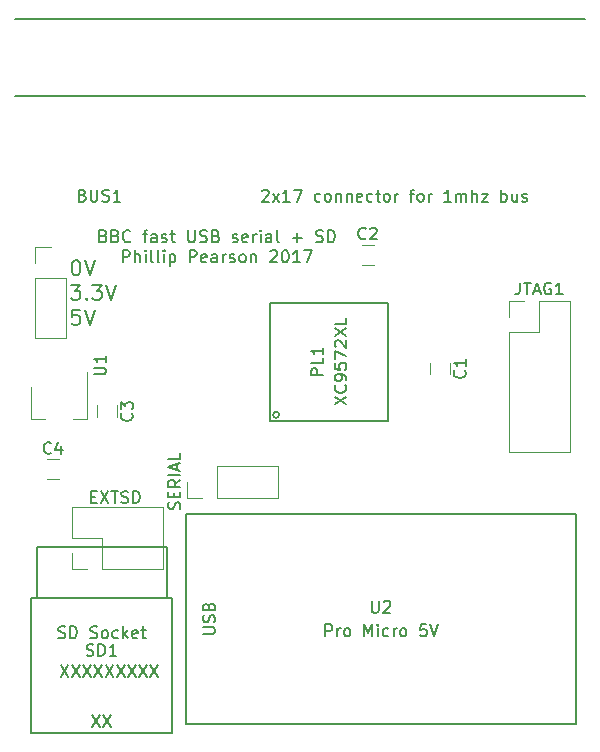
<source format=gto>
G04 #@! TF.FileFunction,Legend,Top*
%FSLAX46Y46*%
G04 Gerber Fmt 4.6, Leading zero omitted, Abs format (unit mm)*
G04 Created by KiCad (PCBNEW 4.0.6) date 08/19/17 01:45:56*
%MOMM*%
%LPD*%
G01*
G04 APERTURE LIST*
%ADD10C,0.100000*%
%ADD11C,0.177800*%
%ADD12C,0.150000*%
%ADD13C,0.120000*%
G04 APERTURE END LIST*
D10*
D11*
X56664286Y-46441724D02*
X56785238Y-46441724D01*
X56906190Y-46502200D01*
X56966667Y-46562676D01*
X57027143Y-46683629D01*
X57087619Y-46925533D01*
X57087619Y-47227914D01*
X57027143Y-47469819D01*
X56966667Y-47590771D01*
X56906190Y-47651248D01*
X56785238Y-47711724D01*
X56664286Y-47711724D01*
X56543333Y-47651248D01*
X56482857Y-47590771D01*
X56422381Y-47469819D01*
X56361905Y-47227914D01*
X56361905Y-46925533D01*
X56422381Y-46683629D01*
X56482857Y-46562676D01*
X56543333Y-46502200D01*
X56664286Y-46441724D01*
X57450476Y-46441724D02*
X57873810Y-47711724D01*
X58297143Y-46441724D01*
X56301429Y-48524524D02*
X57087619Y-48524524D01*
X56664286Y-49008333D01*
X56845714Y-49008333D01*
X56966667Y-49068810D01*
X57027143Y-49129286D01*
X57087619Y-49250238D01*
X57087619Y-49552619D01*
X57027143Y-49673571D01*
X56966667Y-49734048D01*
X56845714Y-49794524D01*
X56482857Y-49794524D01*
X56361905Y-49734048D01*
X56301429Y-49673571D01*
X57631905Y-49673571D02*
X57692381Y-49734048D01*
X57631905Y-49794524D01*
X57571429Y-49734048D01*
X57631905Y-49673571D01*
X57631905Y-49794524D01*
X58115715Y-48524524D02*
X58901905Y-48524524D01*
X58478572Y-49008333D01*
X58660000Y-49008333D01*
X58780953Y-49068810D01*
X58841429Y-49129286D01*
X58901905Y-49250238D01*
X58901905Y-49552619D01*
X58841429Y-49673571D01*
X58780953Y-49734048D01*
X58660000Y-49794524D01*
X58297143Y-49794524D01*
X58176191Y-49734048D01*
X58115715Y-49673571D01*
X59264762Y-48524524D02*
X59688096Y-49794524D01*
X60111429Y-48524524D01*
X57027143Y-50607324D02*
X56422381Y-50607324D01*
X56361905Y-51212086D01*
X56422381Y-51151610D01*
X56543333Y-51091133D01*
X56845714Y-51091133D01*
X56966667Y-51151610D01*
X57027143Y-51212086D01*
X57087619Y-51333038D01*
X57087619Y-51635419D01*
X57027143Y-51756371D01*
X56966667Y-51816848D01*
X56845714Y-51877324D01*
X56543333Y-51877324D01*
X56422381Y-51816848D01*
X56361905Y-51756371D01*
X57450476Y-50607324D02*
X57873810Y-51877324D01*
X58297143Y-50607324D01*
X59046382Y-44376529D02*
X59191525Y-44424910D01*
X59239906Y-44473290D01*
X59288287Y-44570052D01*
X59288287Y-44715195D01*
X59239906Y-44811957D01*
X59191525Y-44860338D01*
X59094763Y-44908719D01*
X58707716Y-44908719D01*
X58707716Y-43892719D01*
X59046382Y-43892719D01*
X59143144Y-43941100D01*
X59191525Y-43989481D01*
X59239906Y-44086243D01*
X59239906Y-44183005D01*
X59191525Y-44279767D01*
X59143144Y-44328148D01*
X59046382Y-44376529D01*
X58707716Y-44376529D01*
X60062382Y-44376529D02*
X60207525Y-44424910D01*
X60255906Y-44473290D01*
X60304287Y-44570052D01*
X60304287Y-44715195D01*
X60255906Y-44811957D01*
X60207525Y-44860338D01*
X60110763Y-44908719D01*
X59723716Y-44908719D01*
X59723716Y-43892719D01*
X60062382Y-43892719D01*
X60159144Y-43941100D01*
X60207525Y-43989481D01*
X60255906Y-44086243D01*
X60255906Y-44183005D01*
X60207525Y-44279767D01*
X60159144Y-44328148D01*
X60062382Y-44376529D01*
X59723716Y-44376529D01*
X61320287Y-44811957D02*
X61271906Y-44860338D01*
X61126763Y-44908719D01*
X61030001Y-44908719D01*
X60884859Y-44860338D01*
X60788097Y-44763576D01*
X60739716Y-44666814D01*
X60691335Y-44473290D01*
X60691335Y-44328148D01*
X60739716Y-44134624D01*
X60788097Y-44037862D01*
X60884859Y-43941100D01*
X61030001Y-43892719D01*
X61126763Y-43892719D01*
X61271906Y-43941100D01*
X61320287Y-43989481D01*
X62384668Y-44231386D02*
X62771716Y-44231386D01*
X62529811Y-44908719D02*
X62529811Y-44037862D01*
X62578192Y-43941100D01*
X62674954Y-43892719D01*
X62771716Y-43892719D01*
X63545810Y-44908719D02*
X63545810Y-44376529D01*
X63497429Y-44279767D01*
X63400667Y-44231386D01*
X63207144Y-44231386D01*
X63110382Y-44279767D01*
X63545810Y-44860338D02*
X63449048Y-44908719D01*
X63207144Y-44908719D01*
X63110382Y-44860338D01*
X63062001Y-44763576D01*
X63062001Y-44666814D01*
X63110382Y-44570052D01*
X63207144Y-44521671D01*
X63449048Y-44521671D01*
X63545810Y-44473290D01*
X63981239Y-44860338D02*
X64078001Y-44908719D01*
X64271525Y-44908719D01*
X64368286Y-44860338D01*
X64416667Y-44763576D01*
X64416667Y-44715195D01*
X64368286Y-44618433D01*
X64271525Y-44570052D01*
X64126382Y-44570052D01*
X64029620Y-44521671D01*
X63981239Y-44424910D01*
X63981239Y-44376529D01*
X64029620Y-44279767D01*
X64126382Y-44231386D01*
X64271525Y-44231386D01*
X64368286Y-44279767D01*
X64706953Y-44231386D02*
X65094001Y-44231386D01*
X64852096Y-43892719D02*
X64852096Y-44763576D01*
X64900477Y-44860338D01*
X64997239Y-44908719D01*
X65094001Y-44908719D01*
X66206762Y-43892719D02*
X66206762Y-44715195D01*
X66255143Y-44811957D01*
X66303524Y-44860338D01*
X66400286Y-44908719D01*
X66593809Y-44908719D01*
X66690571Y-44860338D01*
X66738952Y-44811957D01*
X66787333Y-44715195D01*
X66787333Y-43892719D01*
X67222762Y-44860338D02*
X67367905Y-44908719D01*
X67609809Y-44908719D01*
X67706571Y-44860338D01*
X67754952Y-44811957D01*
X67803333Y-44715195D01*
X67803333Y-44618433D01*
X67754952Y-44521671D01*
X67706571Y-44473290D01*
X67609809Y-44424910D01*
X67416286Y-44376529D01*
X67319524Y-44328148D01*
X67271143Y-44279767D01*
X67222762Y-44183005D01*
X67222762Y-44086243D01*
X67271143Y-43989481D01*
X67319524Y-43941100D01*
X67416286Y-43892719D01*
X67658190Y-43892719D01*
X67803333Y-43941100D01*
X68577428Y-44376529D02*
X68722571Y-44424910D01*
X68770952Y-44473290D01*
X68819333Y-44570052D01*
X68819333Y-44715195D01*
X68770952Y-44811957D01*
X68722571Y-44860338D01*
X68625809Y-44908719D01*
X68238762Y-44908719D01*
X68238762Y-43892719D01*
X68577428Y-43892719D01*
X68674190Y-43941100D01*
X68722571Y-43989481D01*
X68770952Y-44086243D01*
X68770952Y-44183005D01*
X68722571Y-44279767D01*
X68674190Y-44328148D01*
X68577428Y-44376529D01*
X68238762Y-44376529D01*
X69980476Y-44860338D02*
X70077238Y-44908719D01*
X70270762Y-44908719D01*
X70367523Y-44860338D01*
X70415904Y-44763576D01*
X70415904Y-44715195D01*
X70367523Y-44618433D01*
X70270762Y-44570052D01*
X70125619Y-44570052D01*
X70028857Y-44521671D01*
X69980476Y-44424910D01*
X69980476Y-44376529D01*
X70028857Y-44279767D01*
X70125619Y-44231386D01*
X70270762Y-44231386D01*
X70367523Y-44279767D01*
X71238380Y-44860338D02*
X71141618Y-44908719D01*
X70948095Y-44908719D01*
X70851333Y-44860338D01*
X70802952Y-44763576D01*
X70802952Y-44376529D01*
X70851333Y-44279767D01*
X70948095Y-44231386D01*
X71141618Y-44231386D01*
X71238380Y-44279767D01*
X71286761Y-44376529D01*
X71286761Y-44473290D01*
X70802952Y-44570052D01*
X71722190Y-44908719D02*
X71722190Y-44231386D01*
X71722190Y-44424910D02*
X71770571Y-44328148D01*
X71818952Y-44279767D01*
X71915714Y-44231386D01*
X72012475Y-44231386D01*
X72351142Y-44908719D02*
X72351142Y-44231386D01*
X72351142Y-43892719D02*
X72302761Y-43941100D01*
X72351142Y-43989481D01*
X72399523Y-43941100D01*
X72351142Y-43892719D01*
X72351142Y-43989481D01*
X73270380Y-44908719D02*
X73270380Y-44376529D01*
X73221999Y-44279767D01*
X73125237Y-44231386D01*
X72931714Y-44231386D01*
X72834952Y-44279767D01*
X73270380Y-44860338D02*
X73173618Y-44908719D01*
X72931714Y-44908719D01*
X72834952Y-44860338D01*
X72786571Y-44763576D01*
X72786571Y-44666814D01*
X72834952Y-44570052D01*
X72931714Y-44521671D01*
X73173618Y-44521671D01*
X73270380Y-44473290D01*
X73899333Y-44908719D02*
X73802571Y-44860338D01*
X73754190Y-44763576D01*
X73754190Y-43892719D01*
X75060475Y-44521671D02*
X75834570Y-44521671D01*
X75447522Y-44908719D02*
X75447522Y-44134624D01*
X77044094Y-44860338D02*
X77189237Y-44908719D01*
X77431141Y-44908719D01*
X77527903Y-44860338D01*
X77576284Y-44811957D01*
X77624665Y-44715195D01*
X77624665Y-44618433D01*
X77576284Y-44521671D01*
X77527903Y-44473290D01*
X77431141Y-44424910D01*
X77237618Y-44376529D01*
X77140856Y-44328148D01*
X77092475Y-44279767D01*
X77044094Y-44183005D01*
X77044094Y-44086243D01*
X77092475Y-43989481D01*
X77140856Y-43941100D01*
X77237618Y-43892719D01*
X77479522Y-43892719D01*
X77624665Y-43941100D01*
X78060094Y-44908719D02*
X78060094Y-43892719D01*
X78301999Y-43892719D01*
X78447141Y-43941100D01*
X78543903Y-44037862D01*
X78592284Y-44134624D01*
X78640665Y-44328148D01*
X78640665Y-44473290D01*
X78592284Y-44666814D01*
X78543903Y-44763576D01*
X78447141Y-44860338D01*
X78301999Y-44908719D01*
X78060094Y-44908719D01*
X60691335Y-46610519D02*
X60691335Y-45594519D01*
X61078382Y-45594519D01*
X61175144Y-45642900D01*
X61223525Y-45691281D01*
X61271906Y-45788043D01*
X61271906Y-45933186D01*
X61223525Y-46029948D01*
X61175144Y-46078329D01*
X61078382Y-46126710D01*
X60691335Y-46126710D01*
X61707335Y-46610519D02*
X61707335Y-45594519D01*
X62142763Y-46610519D02*
X62142763Y-46078329D01*
X62094382Y-45981567D01*
X61997620Y-45933186D01*
X61852478Y-45933186D01*
X61755716Y-45981567D01*
X61707335Y-46029948D01*
X62626573Y-46610519D02*
X62626573Y-45933186D01*
X62626573Y-45594519D02*
X62578192Y-45642900D01*
X62626573Y-45691281D01*
X62674954Y-45642900D01*
X62626573Y-45594519D01*
X62626573Y-45691281D01*
X63255526Y-46610519D02*
X63158764Y-46562138D01*
X63110383Y-46465376D01*
X63110383Y-45594519D01*
X63787716Y-46610519D02*
X63690954Y-46562138D01*
X63642573Y-46465376D01*
X63642573Y-45594519D01*
X64174763Y-46610519D02*
X64174763Y-45933186D01*
X64174763Y-45594519D02*
X64126382Y-45642900D01*
X64174763Y-45691281D01*
X64223144Y-45642900D01*
X64174763Y-45594519D01*
X64174763Y-45691281D01*
X64658573Y-45933186D02*
X64658573Y-46949186D01*
X64658573Y-45981567D02*
X64755335Y-45933186D01*
X64948858Y-45933186D01*
X65045620Y-45981567D01*
X65094001Y-46029948D01*
X65142382Y-46126710D01*
X65142382Y-46416995D01*
X65094001Y-46513757D01*
X65045620Y-46562138D01*
X64948858Y-46610519D01*
X64755335Y-46610519D01*
X64658573Y-46562138D01*
X66351906Y-46610519D02*
X66351906Y-45594519D01*
X66738953Y-45594519D01*
X66835715Y-45642900D01*
X66884096Y-45691281D01*
X66932477Y-45788043D01*
X66932477Y-45933186D01*
X66884096Y-46029948D01*
X66835715Y-46078329D01*
X66738953Y-46126710D01*
X66351906Y-46126710D01*
X67754953Y-46562138D02*
X67658191Y-46610519D01*
X67464668Y-46610519D01*
X67367906Y-46562138D01*
X67319525Y-46465376D01*
X67319525Y-46078329D01*
X67367906Y-45981567D01*
X67464668Y-45933186D01*
X67658191Y-45933186D01*
X67754953Y-45981567D01*
X67803334Y-46078329D01*
X67803334Y-46175090D01*
X67319525Y-46271852D01*
X68674191Y-46610519D02*
X68674191Y-46078329D01*
X68625810Y-45981567D01*
X68529048Y-45933186D01*
X68335525Y-45933186D01*
X68238763Y-45981567D01*
X68674191Y-46562138D02*
X68577429Y-46610519D01*
X68335525Y-46610519D01*
X68238763Y-46562138D01*
X68190382Y-46465376D01*
X68190382Y-46368614D01*
X68238763Y-46271852D01*
X68335525Y-46223471D01*
X68577429Y-46223471D01*
X68674191Y-46175090D01*
X69158001Y-46610519D02*
X69158001Y-45933186D01*
X69158001Y-46126710D02*
X69206382Y-46029948D01*
X69254763Y-45981567D01*
X69351525Y-45933186D01*
X69448286Y-45933186D01*
X69738572Y-46562138D02*
X69835334Y-46610519D01*
X70028858Y-46610519D01*
X70125619Y-46562138D01*
X70174000Y-46465376D01*
X70174000Y-46416995D01*
X70125619Y-46320233D01*
X70028858Y-46271852D01*
X69883715Y-46271852D01*
X69786953Y-46223471D01*
X69738572Y-46126710D01*
X69738572Y-46078329D01*
X69786953Y-45981567D01*
X69883715Y-45933186D01*
X70028858Y-45933186D01*
X70125619Y-45981567D01*
X70754572Y-46610519D02*
X70657810Y-46562138D01*
X70609429Y-46513757D01*
X70561048Y-46416995D01*
X70561048Y-46126710D01*
X70609429Y-46029948D01*
X70657810Y-45981567D01*
X70754572Y-45933186D01*
X70899714Y-45933186D01*
X70996476Y-45981567D01*
X71044857Y-46029948D01*
X71093238Y-46126710D01*
X71093238Y-46416995D01*
X71044857Y-46513757D01*
X70996476Y-46562138D01*
X70899714Y-46610519D01*
X70754572Y-46610519D01*
X71528667Y-45933186D02*
X71528667Y-46610519D01*
X71528667Y-46029948D02*
X71577048Y-45981567D01*
X71673810Y-45933186D01*
X71818952Y-45933186D01*
X71915714Y-45981567D01*
X71964095Y-46078329D01*
X71964095Y-46610519D01*
X73173619Y-45691281D02*
X73222000Y-45642900D01*
X73318762Y-45594519D01*
X73560666Y-45594519D01*
X73657428Y-45642900D01*
X73705809Y-45691281D01*
X73754190Y-45788043D01*
X73754190Y-45884805D01*
X73705809Y-46029948D01*
X73125238Y-46610519D01*
X73754190Y-46610519D01*
X74383143Y-45594519D02*
X74479904Y-45594519D01*
X74576666Y-45642900D01*
X74625047Y-45691281D01*
X74673428Y-45788043D01*
X74721809Y-45981567D01*
X74721809Y-46223471D01*
X74673428Y-46416995D01*
X74625047Y-46513757D01*
X74576666Y-46562138D01*
X74479904Y-46610519D01*
X74383143Y-46610519D01*
X74286381Y-46562138D01*
X74238000Y-46513757D01*
X74189619Y-46416995D01*
X74141238Y-46223471D01*
X74141238Y-45981567D01*
X74189619Y-45788043D01*
X74238000Y-45691281D01*
X74286381Y-45642900D01*
X74383143Y-45594519D01*
X75689428Y-46610519D02*
X75108857Y-46610519D01*
X75399143Y-46610519D02*
X75399143Y-45594519D01*
X75302381Y-45739662D01*
X75205619Y-45836424D01*
X75108857Y-45884805D01*
X76028095Y-45594519D02*
X76705428Y-45594519D01*
X76270000Y-46610519D01*
D12*
X64850000Y-86480000D02*
X52900000Y-86480000D01*
X64850000Y-86480000D02*
X64850000Y-75030000D01*
X64850000Y-75030000D02*
X52900000Y-75030000D01*
X52900000Y-86480000D02*
X52900000Y-75030000D01*
X64400000Y-75030000D02*
X64400000Y-70680000D01*
X64400000Y-70680000D02*
X53400000Y-70680000D01*
X53400000Y-70680000D02*
X53400000Y-75030000D01*
D13*
X88360000Y-56100000D02*
X88360000Y-55100000D01*
X86660000Y-55100000D02*
X86660000Y-56100000D01*
X81920000Y-45120000D02*
X80920000Y-45120000D01*
X80920000Y-46820000D02*
X81920000Y-46820000D01*
X93340000Y-62690000D02*
X98540000Y-62690000D01*
X93340000Y-52470000D02*
X93340000Y-62690000D01*
X98540000Y-49870000D02*
X98540000Y-62690000D01*
X93340000Y-52470000D02*
X95940000Y-52470000D01*
X95940000Y-52470000D02*
X95940000Y-49870000D01*
X95940000Y-49870000D02*
X98540000Y-49870000D01*
X93340000Y-51200000D02*
X93340000Y-49870000D01*
X93340000Y-49870000D02*
X94670000Y-49870000D01*
D12*
X73160000Y-60020000D02*
X83160000Y-60020000D01*
X83160000Y-60020000D02*
X83160000Y-50020000D01*
X83160000Y-50020000D02*
X73160000Y-50020000D01*
X73160000Y-50020000D02*
X73160000Y-60020000D01*
X73910000Y-59520000D02*
G75*
G03X73910000Y-59520000I-250000J0D01*
G01*
D13*
X60170000Y-59730000D02*
X60170000Y-58730000D01*
X58470000Y-58730000D02*
X58470000Y-59730000D01*
X55260000Y-63280000D02*
X54260000Y-63280000D01*
X54260000Y-64980000D02*
X55260000Y-64980000D01*
X54090000Y-59856500D02*
X52890000Y-59856500D01*
X52890000Y-59856500D02*
X52890000Y-57156500D01*
X57690000Y-55856500D02*
X57690000Y-59856500D01*
X57690000Y-59856500D02*
X56490000Y-59856500D01*
D12*
X51570000Y-26010000D02*
X99830000Y-26010000D01*
X51570000Y-32510000D02*
X99830000Y-32510000D01*
X66020000Y-67930000D02*
X66020000Y-85710000D01*
X66020000Y-85710000D02*
X99040000Y-85710000D01*
X99040000Y-85710000D02*
X99040000Y-67930000D01*
X99040000Y-67930000D02*
X66020000Y-67930000D01*
D13*
X53250000Y-53050000D02*
X55910000Y-53050000D01*
X53250000Y-47910000D02*
X53250000Y-53050000D01*
X55910000Y-47910000D02*
X55910000Y-53050000D01*
X53250000Y-47910000D02*
X55910000Y-47910000D01*
X53250000Y-46640000D02*
X53250000Y-45310000D01*
X53250000Y-45310000D02*
X54580000Y-45310000D01*
X73830000Y-66530000D02*
X73830000Y-63870000D01*
X68690000Y-66530000D02*
X73830000Y-66530000D01*
X68690000Y-63870000D02*
X73830000Y-63870000D01*
X68690000Y-66530000D02*
X68690000Y-63870000D01*
X67420000Y-66530000D02*
X66090000Y-66530000D01*
X66090000Y-66530000D02*
X66090000Y-65200000D01*
X64080000Y-72540000D02*
X64080000Y-67340000D01*
X58940000Y-72540000D02*
X64080000Y-72540000D01*
X56340000Y-67340000D02*
X64080000Y-67340000D01*
X58940000Y-72540000D02*
X58940000Y-69940000D01*
X58940000Y-69940000D02*
X56340000Y-69940000D01*
X56340000Y-69940000D02*
X56340000Y-67340000D01*
X57670000Y-72540000D02*
X56340000Y-72540000D01*
X56340000Y-72540000D02*
X56340000Y-71210000D01*
D12*
X57613095Y-79884762D02*
X57755952Y-79932381D01*
X57994048Y-79932381D01*
X58089286Y-79884762D01*
X58136905Y-79837143D01*
X58184524Y-79741905D01*
X58184524Y-79646667D01*
X58136905Y-79551429D01*
X58089286Y-79503810D01*
X57994048Y-79456190D01*
X57803571Y-79408571D01*
X57708333Y-79360952D01*
X57660714Y-79313333D01*
X57613095Y-79218095D01*
X57613095Y-79122857D01*
X57660714Y-79027619D01*
X57708333Y-78980000D01*
X57803571Y-78932381D01*
X58041667Y-78932381D01*
X58184524Y-78980000D01*
X58613095Y-79932381D02*
X58613095Y-78932381D01*
X58851190Y-78932381D01*
X58994048Y-78980000D01*
X59089286Y-79075238D01*
X59136905Y-79170476D01*
X59184524Y-79360952D01*
X59184524Y-79503810D01*
X59136905Y-79694286D01*
X59089286Y-79789524D01*
X58994048Y-79884762D01*
X58851190Y-79932381D01*
X58613095Y-79932381D01*
X60136905Y-79932381D02*
X59565476Y-79932381D01*
X59851190Y-79932381D02*
X59851190Y-78932381D01*
X59755952Y-79075238D01*
X59660714Y-79170476D01*
X59565476Y-79218095D01*
X55232142Y-78384762D02*
X55374999Y-78432381D01*
X55613095Y-78432381D01*
X55708333Y-78384762D01*
X55755952Y-78337143D01*
X55803571Y-78241905D01*
X55803571Y-78146667D01*
X55755952Y-78051429D01*
X55708333Y-78003810D01*
X55613095Y-77956190D01*
X55422618Y-77908571D01*
X55327380Y-77860952D01*
X55279761Y-77813333D01*
X55232142Y-77718095D01*
X55232142Y-77622857D01*
X55279761Y-77527619D01*
X55327380Y-77480000D01*
X55422618Y-77432381D01*
X55660714Y-77432381D01*
X55803571Y-77480000D01*
X56232142Y-78432381D02*
X56232142Y-77432381D01*
X56470237Y-77432381D01*
X56613095Y-77480000D01*
X56708333Y-77575238D01*
X56755952Y-77670476D01*
X56803571Y-77860952D01*
X56803571Y-78003810D01*
X56755952Y-78194286D01*
X56708333Y-78289524D01*
X56613095Y-78384762D01*
X56470237Y-78432381D01*
X56232142Y-78432381D01*
X57946428Y-78384762D02*
X58089285Y-78432381D01*
X58327381Y-78432381D01*
X58422619Y-78384762D01*
X58470238Y-78337143D01*
X58517857Y-78241905D01*
X58517857Y-78146667D01*
X58470238Y-78051429D01*
X58422619Y-78003810D01*
X58327381Y-77956190D01*
X58136904Y-77908571D01*
X58041666Y-77860952D01*
X57994047Y-77813333D01*
X57946428Y-77718095D01*
X57946428Y-77622857D01*
X57994047Y-77527619D01*
X58041666Y-77480000D01*
X58136904Y-77432381D01*
X58375000Y-77432381D01*
X58517857Y-77480000D01*
X59089285Y-78432381D02*
X58994047Y-78384762D01*
X58946428Y-78337143D01*
X58898809Y-78241905D01*
X58898809Y-77956190D01*
X58946428Y-77860952D01*
X58994047Y-77813333D01*
X59089285Y-77765714D01*
X59232143Y-77765714D01*
X59327381Y-77813333D01*
X59375000Y-77860952D01*
X59422619Y-77956190D01*
X59422619Y-78241905D01*
X59375000Y-78337143D01*
X59327381Y-78384762D01*
X59232143Y-78432381D01*
X59089285Y-78432381D01*
X60279762Y-78384762D02*
X60184524Y-78432381D01*
X59994047Y-78432381D01*
X59898809Y-78384762D01*
X59851190Y-78337143D01*
X59803571Y-78241905D01*
X59803571Y-77956190D01*
X59851190Y-77860952D01*
X59898809Y-77813333D01*
X59994047Y-77765714D01*
X60184524Y-77765714D01*
X60279762Y-77813333D01*
X60708333Y-78432381D02*
X60708333Y-77432381D01*
X60803571Y-78051429D02*
X61089286Y-78432381D01*
X61089286Y-77765714D02*
X60708333Y-78146667D01*
X61898810Y-78384762D02*
X61803572Y-78432381D01*
X61613095Y-78432381D01*
X61517857Y-78384762D01*
X61470238Y-78289524D01*
X61470238Y-77908571D01*
X61517857Y-77813333D01*
X61613095Y-77765714D01*
X61803572Y-77765714D01*
X61898810Y-77813333D01*
X61946429Y-77908571D01*
X61946429Y-78003810D01*
X61470238Y-78099048D01*
X62232143Y-77765714D02*
X62613095Y-77765714D01*
X62375000Y-77432381D02*
X62375000Y-78289524D01*
X62422619Y-78384762D01*
X62517857Y-78432381D01*
X62613095Y-78432381D01*
X58065476Y-84932381D02*
X58732143Y-85932381D01*
X58732143Y-84932381D02*
X58065476Y-85932381D01*
X59017857Y-84932381D02*
X59684524Y-85932381D01*
X59684524Y-84932381D02*
X59017857Y-85932381D01*
X55407143Y-80732381D02*
X56073810Y-81732381D01*
X56073810Y-80732381D02*
X55407143Y-81732381D01*
X56359524Y-80732381D02*
X57026191Y-81732381D01*
X57026191Y-80732381D02*
X56359524Y-81732381D01*
X57311905Y-80732381D02*
X57978572Y-81732381D01*
X57978572Y-80732381D02*
X57311905Y-81732381D01*
X58264286Y-80732381D02*
X58930953Y-81732381D01*
X58930953Y-80732381D02*
X58264286Y-81732381D01*
X59216667Y-80732381D02*
X59883334Y-81732381D01*
X59883334Y-80732381D02*
X59216667Y-81732381D01*
X60169048Y-80732381D02*
X60835715Y-81732381D01*
X60835715Y-80732381D02*
X60169048Y-81732381D01*
X61121429Y-80732381D02*
X61788096Y-81732381D01*
X61788096Y-80732381D02*
X61121429Y-81732381D01*
X62073810Y-80732381D02*
X62740477Y-81732381D01*
X62740477Y-80732381D02*
X62073810Y-81732381D01*
X63026191Y-80732381D02*
X63692858Y-81732381D01*
X63692858Y-80732381D02*
X63026191Y-81732381D01*
X89617143Y-55766666D02*
X89664762Y-55814285D01*
X89712381Y-55957142D01*
X89712381Y-56052380D01*
X89664762Y-56195238D01*
X89569524Y-56290476D01*
X89474286Y-56338095D01*
X89283810Y-56385714D01*
X89140952Y-56385714D01*
X88950476Y-56338095D01*
X88855238Y-56290476D01*
X88760000Y-56195238D01*
X88712381Y-56052380D01*
X88712381Y-55957142D01*
X88760000Y-55814285D01*
X88807619Y-55766666D01*
X89712381Y-54814285D02*
X89712381Y-55385714D01*
X89712381Y-55100000D02*
X88712381Y-55100000D01*
X88855238Y-55195238D01*
X88950476Y-55290476D01*
X88998095Y-55385714D01*
X81253334Y-44577143D02*
X81205715Y-44624762D01*
X81062858Y-44672381D01*
X80967620Y-44672381D01*
X80824762Y-44624762D01*
X80729524Y-44529524D01*
X80681905Y-44434286D01*
X80634286Y-44243810D01*
X80634286Y-44100952D01*
X80681905Y-43910476D01*
X80729524Y-43815238D01*
X80824762Y-43720000D01*
X80967620Y-43672381D01*
X81062858Y-43672381D01*
X81205715Y-43720000D01*
X81253334Y-43767619D01*
X81634286Y-43767619D02*
X81681905Y-43720000D01*
X81777143Y-43672381D01*
X82015239Y-43672381D01*
X82110477Y-43720000D01*
X82158096Y-43767619D01*
X82205715Y-43862857D01*
X82205715Y-43958095D01*
X82158096Y-44100952D01*
X81586667Y-44672381D01*
X82205715Y-44672381D01*
X94297143Y-48322381D02*
X94297143Y-49036667D01*
X94249523Y-49179524D01*
X94154285Y-49274762D01*
X94011428Y-49322381D01*
X93916190Y-49322381D01*
X94630476Y-48322381D02*
X95201905Y-48322381D01*
X94916190Y-49322381D02*
X94916190Y-48322381D01*
X95487619Y-49036667D02*
X95963810Y-49036667D01*
X95392381Y-49322381D02*
X95725714Y-48322381D01*
X96059048Y-49322381D01*
X96916191Y-48370000D02*
X96820953Y-48322381D01*
X96678096Y-48322381D01*
X96535238Y-48370000D01*
X96440000Y-48465238D01*
X96392381Y-48560476D01*
X96344762Y-48750952D01*
X96344762Y-48893810D01*
X96392381Y-49084286D01*
X96440000Y-49179524D01*
X96535238Y-49274762D01*
X96678096Y-49322381D01*
X96773334Y-49322381D01*
X96916191Y-49274762D01*
X96963810Y-49227143D01*
X96963810Y-48893810D01*
X96773334Y-48893810D01*
X97916191Y-49322381D02*
X97344762Y-49322381D01*
X97630476Y-49322381D02*
X97630476Y-48322381D01*
X97535238Y-48465238D01*
X97440000Y-48560476D01*
X97344762Y-48608095D01*
X77612381Y-56162857D02*
X76612381Y-56162857D01*
X76612381Y-55781904D01*
X76660000Y-55686666D01*
X76707619Y-55639047D01*
X76802857Y-55591428D01*
X76945714Y-55591428D01*
X77040952Y-55639047D01*
X77088571Y-55686666D01*
X77136190Y-55781904D01*
X77136190Y-56162857D01*
X77612381Y-54686666D02*
X77612381Y-55162857D01*
X76612381Y-55162857D01*
X77612381Y-53829523D02*
X77612381Y-54400952D01*
X77612381Y-54115238D02*
X76612381Y-54115238D01*
X76755238Y-54210476D01*
X76850476Y-54305714D01*
X76898095Y-54400952D01*
X78612381Y-58639048D02*
X79612381Y-57972381D01*
X78612381Y-57972381D02*
X79612381Y-58639048D01*
X79517143Y-57020000D02*
X79564762Y-57067619D01*
X79612381Y-57210476D01*
X79612381Y-57305714D01*
X79564762Y-57448572D01*
X79469524Y-57543810D01*
X79374286Y-57591429D01*
X79183810Y-57639048D01*
X79040952Y-57639048D01*
X78850476Y-57591429D01*
X78755238Y-57543810D01*
X78660000Y-57448572D01*
X78612381Y-57305714D01*
X78612381Y-57210476D01*
X78660000Y-57067619D01*
X78707619Y-57020000D01*
X79612381Y-56543810D02*
X79612381Y-56353334D01*
X79564762Y-56258095D01*
X79517143Y-56210476D01*
X79374286Y-56115238D01*
X79183810Y-56067619D01*
X78802857Y-56067619D01*
X78707619Y-56115238D01*
X78660000Y-56162857D01*
X78612381Y-56258095D01*
X78612381Y-56448572D01*
X78660000Y-56543810D01*
X78707619Y-56591429D01*
X78802857Y-56639048D01*
X79040952Y-56639048D01*
X79136190Y-56591429D01*
X79183810Y-56543810D01*
X79231429Y-56448572D01*
X79231429Y-56258095D01*
X79183810Y-56162857D01*
X79136190Y-56115238D01*
X79040952Y-56067619D01*
X78612381Y-55162857D02*
X78612381Y-55639048D01*
X79088571Y-55686667D01*
X79040952Y-55639048D01*
X78993333Y-55543810D01*
X78993333Y-55305714D01*
X79040952Y-55210476D01*
X79088571Y-55162857D01*
X79183810Y-55115238D01*
X79421905Y-55115238D01*
X79517143Y-55162857D01*
X79564762Y-55210476D01*
X79612381Y-55305714D01*
X79612381Y-55543810D01*
X79564762Y-55639048D01*
X79517143Y-55686667D01*
X78612381Y-54781905D02*
X78612381Y-54115238D01*
X79612381Y-54543810D01*
X78707619Y-53781905D02*
X78660000Y-53734286D01*
X78612381Y-53639048D01*
X78612381Y-53400952D01*
X78660000Y-53305714D01*
X78707619Y-53258095D01*
X78802857Y-53210476D01*
X78898095Y-53210476D01*
X79040952Y-53258095D01*
X79612381Y-53829524D01*
X79612381Y-53210476D01*
X78612381Y-52877143D02*
X79612381Y-52210476D01*
X78612381Y-52210476D02*
X79612381Y-52877143D01*
X79612381Y-51353333D02*
X79612381Y-51829524D01*
X78612381Y-51829524D01*
X61427143Y-59396666D02*
X61474762Y-59444285D01*
X61522381Y-59587142D01*
X61522381Y-59682380D01*
X61474762Y-59825238D01*
X61379524Y-59920476D01*
X61284286Y-59968095D01*
X61093810Y-60015714D01*
X60950952Y-60015714D01*
X60760476Y-59968095D01*
X60665238Y-59920476D01*
X60570000Y-59825238D01*
X60522381Y-59682380D01*
X60522381Y-59587142D01*
X60570000Y-59444285D01*
X60617619Y-59396666D01*
X60522381Y-59063333D02*
X60522381Y-58444285D01*
X60903333Y-58777619D01*
X60903333Y-58634761D01*
X60950952Y-58539523D01*
X60998571Y-58491904D01*
X61093810Y-58444285D01*
X61331905Y-58444285D01*
X61427143Y-58491904D01*
X61474762Y-58539523D01*
X61522381Y-58634761D01*
X61522381Y-58920476D01*
X61474762Y-59015714D01*
X61427143Y-59063333D01*
X54593334Y-62737143D02*
X54545715Y-62784762D01*
X54402858Y-62832381D01*
X54307620Y-62832381D01*
X54164762Y-62784762D01*
X54069524Y-62689524D01*
X54021905Y-62594286D01*
X53974286Y-62403810D01*
X53974286Y-62260952D01*
X54021905Y-62070476D01*
X54069524Y-61975238D01*
X54164762Y-61880000D01*
X54307620Y-61832381D01*
X54402858Y-61832381D01*
X54545715Y-61880000D01*
X54593334Y-61927619D01*
X55450477Y-62165714D02*
X55450477Y-62832381D01*
X55212381Y-61784762D02*
X54974286Y-62499048D01*
X55593334Y-62499048D01*
X58232381Y-56091905D02*
X59041905Y-56091905D01*
X59137143Y-56044286D01*
X59184762Y-55996667D01*
X59232381Y-55901429D01*
X59232381Y-55710952D01*
X59184762Y-55615714D01*
X59137143Y-55568095D01*
X59041905Y-55520476D01*
X58232381Y-55520476D01*
X59232381Y-54520476D02*
X59232381Y-55091905D01*
X59232381Y-54806191D02*
X58232381Y-54806191D01*
X58375238Y-54901429D01*
X58470476Y-54996667D01*
X58518095Y-55091905D01*
X57295239Y-40938571D02*
X57438096Y-40986190D01*
X57485715Y-41033810D01*
X57533334Y-41129048D01*
X57533334Y-41271905D01*
X57485715Y-41367143D01*
X57438096Y-41414762D01*
X57342858Y-41462381D01*
X56961905Y-41462381D01*
X56961905Y-40462381D01*
X57295239Y-40462381D01*
X57390477Y-40510000D01*
X57438096Y-40557619D01*
X57485715Y-40652857D01*
X57485715Y-40748095D01*
X57438096Y-40843333D01*
X57390477Y-40890952D01*
X57295239Y-40938571D01*
X56961905Y-40938571D01*
X57961905Y-40462381D02*
X57961905Y-41271905D01*
X58009524Y-41367143D01*
X58057143Y-41414762D01*
X58152381Y-41462381D01*
X58342858Y-41462381D01*
X58438096Y-41414762D01*
X58485715Y-41367143D01*
X58533334Y-41271905D01*
X58533334Y-40462381D01*
X58961905Y-41414762D02*
X59104762Y-41462381D01*
X59342858Y-41462381D01*
X59438096Y-41414762D01*
X59485715Y-41367143D01*
X59533334Y-41271905D01*
X59533334Y-41176667D01*
X59485715Y-41081429D01*
X59438096Y-41033810D01*
X59342858Y-40986190D01*
X59152381Y-40938571D01*
X59057143Y-40890952D01*
X59009524Y-40843333D01*
X58961905Y-40748095D01*
X58961905Y-40652857D01*
X59009524Y-40557619D01*
X59057143Y-40510000D01*
X59152381Y-40462381D01*
X59390477Y-40462381D01*
X59533334Y-40510000D01*
X60485715Y-41462381D02*
X59914286Y-41462381D01*
X60200000Y-41462381D02*
X60200000Y-40462381D01*
X60104762Y-40605238D01*
X60009524Y-40700476D01*
X59914286Y-40748095D01*
X72485712Y-40557619D02*
X72533331Y-40510000D01*
X72628569Y-40462381D01*
X72866665Y-40462381D01*
X72961903Y-40510000D01*
X73009522Y-40557619D01*
X73057141Y-40652857D01*
X73057141Y-40748095D01*
X73009522Y-40890952D01*
X72438093Y-41462381D01*
X73057141Y-41462381D01*
X73390474Y-41462381D02*
X73914284Y-40795714D01*
X73390474Y-40795714D02*
X73914284Y-41462381D01*
X74819046Y-41462381D02*
X74247617Y-41462381D01*
X74533331Y-41462381D02*
X74533331Y-40462381D01*
X74438093Y-40605238D01*
X74342855Y-40700476D01*
X74247617Y-40748095D01*
X75152379Y-40462381D02*
X75819046Y-40462381D01*
X75390474Y-41462381D01*
X77390475Y-41414762D02*
X77295237Y-41462381D01*
X77104760Y-41462381D01*
X77009522Y-41414762D01*
X76961903Y-41367143D01*
X76914284Y-41271905D01*
X76914284Y-40986190D01*
X76961903Y-40890952D01*
X77009522Y-40843333D01*
X77104760Y-40795714D01*
X77295237Y-40795714D01*
X77390475Y-40843333D01*
X77961903Y-41462381D02*
X77866665Y-41414762D01*
X77819046Y-41367143D01*
X77771427Y-41271905D01*
X77771427Y-40986190D01*
X77819046Y-40890952D01*
X77866665Y-40843333D01*
X77961903Y-40795714D01*
X78104761Y-40795714D01*
X78199999Y-40843333D01*
X78247618Y-40890952D01*
X78295237Y-40986190D01*
X78295237Y-41271905D01*
X78247618Y-41367143D01*
X78199999Y-41414762D01*
X78104761Y-41462381D01*
X77961903Y-41462381D01*
X78723808Y-40795714D02*
X78723808Y-41462381D01*
X78723808Y-40890952D02*
X78771427Y-40843333D01*
X78866665Y-40795714D01*
X79009523Y-40795714D01*
X79104761Y-40843333D01*
X79152380Y-40938571D01*
X79152380Y-41462381D01*
X79628570Y-40795714D02*
X79628570Y-41462381D01*
X79628570Y-40890952D02*
X79676189Y-40843333D01*
X79771427Y-40795714D01*
X79914285Y-40795714D01*
X80009523Y-40843333D01*
X80057142Y-40938571D01*
X80057142Y-41462381D01*
X80914285Y-41414762D02*
X80819047Y-41462381D01*
X80628570Y-41462381D01*
X80533332Y-41414762D01*
X80485713Y-41319524D01*
X80485713Y-40938571D01*
X80533332Y-40843333D01*
X80628570Y-40795714D01*
X80819047Y-40795714D01*
X80914285Y-40843333D01*
X80961904Y-40938571D01*
X80961904Y-41033810D01*
X80485713Y-41129048D01*
X81819047Y-41414762D02*
X81723809Y-41462381D01*
X81533332Y-41462381D01*
X81438094Y-41414762D01*
X81390475Y-41367143D01*
X81342856Y-41271905D01*
X81342856Y-40986190D01*
X81390475Y-40890952D01*
X81438094Y-40843333D01*
X81533332Y-40795714D01*
X81723809Y-40795714D01*
X81819047Y-40843333D01*
X82104761Y-40795714D02*
X82485713Y-40795714D01*
X82247618Y-40462381D02*
X82247618Y-41319524D01*
X82295237Y-41414762D01*
X82390475Y-41462381D01*
X82485713Y-41462381D01*
X82961904Y-41462381D02*
X82866666Y-41414762D01*
X82819047Y-41367143D01*
X82771428Y-41271905D01*
X82771428Y-40986190D01*
X82819047Y-40890952D01*
X82866666Y-40843333D01*
X82961904Y-40795714D01*
X83104762Y-40795714D01*
X83200000Y-40843333D01*
X83247619Y-40890952D01*
X83295238Y-40986190D01*
X83295238Y-41271905D01*
X83247619Y-41367143D01*
X83200000Y-41414762D01*
X83104762Y-41462381D01*
X82961904Y-41462381D01*
X83723809Y-41462381D02*
X83723809Y-40795714D01*
X83723809Y-40986190D02*
X83771428Y-40890952D01*
X83819047Y-40843333D01*
X83914285Y-40795714D01*
X84009524Y-40795714D01*
X84961905Y-40795714D02*
X85342857Y-40795714D01*
X85104762Y-41462381D02*
X85104762Y-40605238D01*
X85152381Y-40510000D01*
X85247619Y-40462381D01*
X85342857Y-40462381D01*
X85819048Y-41462381D02*
X85723810Y-41414762D01*
X85676191Y-41367143D01*
X85628572Y-41271905D01*
X85628572Y-40986190D01*
X85676191Y-40890952D01*
X85723810Y-40843333D01*
X85819048Y-40795714D01*
X85961906Y-40795714D01*
X86057144Y-40843333D01*
X86104763Y-40890952D01*
X86152382Y-40986190D01*
X86152382Y-41271905D01*
X86104763Y-41367143D01*
X86057144Y-41414762D01*
X85961906Y-41462381D01*
X85819048Y-41462381D01*
X86580953Y-41462381D02*
X86580953Y-40795714D01*
X86580953Y-40986190D02*
X86628572Y-40890952D01*
X86676191Y-40843333D01*
X86771429Y-40795714D01*
X86866668Y-40795714D01*
X88485716Y-41462381D02*
X87914287Y-41462381D01*
X88200001Y-41462381D02*
X88200001Y-40462381D01*
X88104763Y-40605238D01*
X88009525Y-40700476D01*
X87914287Y-40748095D01*
X88914287Y-41462381D02*
X88914287Y-40795714D01*
X88914287Y-40890952D02*
X88961906Y-40843333D01*
X89057144Y-40795714D01*
X89200002Y-40795714D01*
X89295240Y-40843333D01*
X89342859Y-40938571D01*
X89342859Y-41462381D01*
X89342859Y-40938571D02*
X89390478Y-40843333D01*
X89485716Y-40795714D01*
X89628573Y-40795714D01*
X89723811Y-40843333D01*
X89771430Y-40938571D01*
X89771430Y-41462381D01*
X90247620Y-41462381D02*
X90247620Y-40462381D01*
X90676192Y-41462381D02*
X90676192Y-40938571D01*
X90628573Y-40843333D01*
X90533335Y-40795714D01*
X90390477Y-40795714D01*
X90295239Y-40843333D01*
X90247620Y-40890952D01*
X91057144Y-40795714D02*
X91580954Y-40795714D01*
X91057144Y-41462381D01*
X91580954Y-41462381D01*
X92723811Y-41462381D02*
X92723811Y-40462381D01*
X92723811Y-40843333D02*
X92819049Y-40795714D01*
X93009526Y-40795714D01*
X93104764Y-40843333D01*
X93152383Y-40890952D01*
X93200002Y-40986190D01*
X93200002Y-41271905D01*
X93152383Y-41367143D01*
X93104764Y-41414762D01*
X93009526Y-41462381D01*
X92819049Y-41462381D01*
X92723811Y-41414762D01*
X94057145Y-40795714D02*
X94057145Y-41462381D01*
X93628573Y-40795714D02*
X93628573Y-41319524D01*
X93676192Y-41414762D01*
X93771430Y-41462381D01*
X93914288Y-41462381D01*
X94009526Y-41414762D01*
X94057145Y-41367143D01*
X94485716Y-41414762D02*
X94580954Y-41462381D01*
X94771430Y-41462381D01*
X94866669Y-41414762D01*
X94914288Y-41319524D01*
X94914288Y-41271905D01*
X94866669Y-41176667D01*
X94771430Y-41129048D01*
X94628573Y-41129048D01*
X94533335Y-41081429D01*
X94485716Y-40986190D01*
X94485716Y-40938571D01*
X94533335Y-40843333D01*
X94628573Y-40795714D01*
X94771430Y-40795714D01*
X94866669Y-40843333D01*
X81768095Y-75272381D02*
X81768095Y-76081905D01*
X81815714Y-76177143D01*
X81863333Y-76224762D01*
X81958571Y-76272381D01*
X82149048Y-76272381D01*
X82244286Y-76224762D01*
X82291905Y-76177143D01*
X82339524Y-76081905D01*
X82339524Y-75272381D01*
X82768095Y-75367619D02*
X82815714Y-75320000D01*
X82910952Y-75272381D01*
X83149048Y-75272381D01*
X83244286Y-75320000D01*
X83291905Y-75367619D01*
X83339524Y-75462857D01*
X83339524Y-75558095D01*
X83291905Y-75700952D01*
X82720476Y-76272381D01*
X83339524Y-76272381D01*
X77839523Y-78272381D02*
X77839523Y-77272381D01*
X78220476Y-77272381D01*
X78315714Y-77320000D01*
X78363333Y-77367619D01*
X78410952Y-77462857D01*
X78410952Y-77605714D01*
X78363333Y-77700952D01*
X78315714Y-77748571D01*
X78220476Y-77796190D01*
X77839523Y-77796190D01*
X78839523Y-78272381D02*
X78839523Y-77605714D01*
X78839523Y-77796190D02*
X78887142Y-77700952D01*
X78934761Y-77653333D01*
X79029999Y-77605714D01*
X79125238Y-77605714D01*
X79601428Y-78272381D02*
X79506190Y-78224762D01*
X79458571Y-78177143D01*
X79410952Y-78081905D01*
X79410952Y-77796190D01*
X79458571Y-77700952D01*
X79506190Y-77653333D01*
X79601428Y-77605714D01*
X79744286Y-77605714D01*
X79839524Y-77653333D01*
X79887143Y-77700952D01*
X79934762Y-77796190D01*
X79934762Y-78081905D01*
X79887143Y-78177143D01*
X79839524Y-78224762D01*
X79744286Y-78272381D01*
X79601428Y-78272381D01*
X81125238Y-78272381D02*
X81125238Y-77272381D01*
X81458572Y-77986667D01*
X81791905Y-77272381D01*
X81791905Y-78272381D01*
X82268095Y-78272381D02*
X82268095Y-77605714D01*
X82268095Y-77272381D02*
X82220476Y-77320000D01*
X82268095Y-77367619D01*
X82315714Y-77320000D01*
X82268095Y-77272381D01*
X82268095Y-77367619D01*
X83172857Y-78224762D02*
X83077619Y-78272381D01*
X82887142Y-78272381D01*
X82791904Y-78224762D01*
X82744285Y-78177143D01*
X82696666Y-78081905D01*
X82696666Y-77796190D01*
X82744285Y-77700952D01*
X82791904Y-77653333D01*
X82887142Y-77605714D01*
X83077619Y-77605714D01*
X83172857Y-77653333D01*
X83601428Y-78272381D02*
X83601428Y-77605714D01*
X83601428Y-77796190D02*
X83649047Y-77700952D01*
X83696666Y-77653333D01*
X83791904Y-77605714D01*
X83887143Y-77605714D01*
X84363333Y-78272381D02*
X84268095Y-78224762D01*
X84220476Y-78177143D01*
X84172857Y-78081905D01*
X84172857Y-77796190D01*
X84220476Y-77700952D01*
X84268095Y-77653333D01*
X84363333Y-77605714D01*
X84506191Y-77605714D01*
X84601429Y-77653333D01*
X84649048Y-77700952D01*
X84696667Y-77796190D01*
X84696667Y-78081905D01*
X84649048Y-78177143D01*
X84601429Y-78224762D01*
X84506191Y-78272381D01*
X84363333Y-78272381D01*
X86363334Y-77272381D02*
X85887143Y-77272381D01*
X85839524Y-77748571D01*
X85887143Y-77700952D01*
X85982381Y-77653333D01*
X86220477Y-77653333D01*
X86315715Y-77700952D01*
X86363334Y-77748571D01*
X86410953Y-77843810D01*
X86410953Y-78081905D01*
X86363334Y-78177143D01*
X86315715Y-78224762D01*
X86220477Y-78272381D01*
X85982381Y-78272381D01*
X85887143Y-78224762D01*
X85839524Y-78177143D01*
X86696667Y-77272381D02*
X87030000Y-78272381D01*
X87363334Y-77272381D01*
X67472381Y-78081905D02*
X68281905Y-78081905D01*
X68377143Y-78034286D01*
X68424762Y-77986667D01*
X68472381Y-77891429D01*
X68472381Y-77700952D01*
X68424762Y-77605714D01*
X68377143Y-77558095D01*
X68281905Y-77510476D01*
X67472381Y-77510476D01*
X68424762Y-77081905D02*
X68472381Y-76939048D01*
X68472381Y-76700952D01*
X68424762Y-76605714D01*
X68377143Y-76558095D01*
X68281905Y-76510476D01*
X68186667Y-76510476D01*
X68091429Y-76558095D01*
X68043810Y-76605714D01*
X67996190Y-76700952D01*
X67948571Y-76891429D01*
X67900952Y-76986667D01*
X67853333Y-77034286D01*
X67758095Y-77081905D01*
X67662857Y-77081905D01*
X67567619Y-77034286D01*
X67520000Y-76986667D01*
X67472381Y-76891429D01*
X67472381Y-76653333D01*
X67520000Y-76510476D01*
X67948571Y-75748571D02*
X67996190Y-75605714D01*
X68043810Y-75558095D01*
X68139048Y-75510476D01*
X68281905Y-75510476D01*
X68377143Y-75558095D01*
X68424762Y-75605714D01*
X68472381Y-75700952D01*
X68472381Y-76081905D01*
X67472381Y-76081905D01*
X67472381Y-75748571D01*
X67520000Y-75653333D01*
X67567619Y-75605714D01*
X67662857Y-75558095D01*
X67758095Y-75558095D01*
X67853333Y-75605714D01*
X67900952Y-75653333D01*
X67948571Y-75748571D01*
X67948571Y-76081905D01*
X65494762Y-67509524D02*
X65542381Y-67366667D01*
X65542381Y-67128571D01*
X65494762Y-67033333D01*
X65447143Y-66985714D01*
X65351905Y-66938095D01*
X65256667Y-66938095D01*
X65161429Y-66985714D01*
X65113810Y-67033333D01*
X65066190Y-67128571D01*
X65018571Y-67319048D01*
X64970952Y-67414286D01*
X64923333Y-67461905D01*
X64828095Y-67509524D01*
X64732857Y-67509524D01*
X64637619Y-67461905D01*
X64590000Y-67414286D01*
X64542381Y-67319048D01*
X64542381Y-67080952D01*
X64590000Y-66938095D01*
X65018571Y-66509524D02*
X65018571Y-66176190D01*
X65542381Y-66033333D02*
X65542381Y-66509524D01*
X64542381Y-66509524D01*
X64542381Y-66033333D01*
X65542381Y-65033333D02*
X65066190Y-65366667D01*
X65542381Y-65604762D02*
X64542381Y-65604762D01*
X64542381Y-65223809D01*
X64590000Y-65128571D01*
X64637619Y-65080952D01*
X64732857Y-65033333D01*
X64875714Y-65033333D01*
X64970952Y-65080952D01*
X65018571Y-65128571D01*
X65066190Y-65223809D01*
X65066190Y-65604762D01*
X65542381Y-64604762D02*
X64542381Y-64604762D01*
X65256667Y-64176191D02*
X65256667Y-63700000D01*
X65542381Y-64271429D02*
X64542381Y-63938096D01*
X65542381Y-63604762D01*
X65542381Y-62795238D02*
X65542381Y-63271429D01*
X64542381Y-63271429D01*
X57992381Y-66458571D02*
X58325715Y-66458571D01*
X58468572Y-66982381D02*
X57992381Y-66982381D01*
X57992381Y-65982381D01*
X58468572Y-65982381D01*
X58801905Y-65982381D02*
X59468572Y-66982381D01*
X59468572Y-65982381D02*
X58801905Y-66982381D01*
X59706667Y-65982381D02*
X60278096Y-65982381D01*
X59992381Y-66982381D02*
X59992381Y-65982381D01*
X60563810Y-66934762D02*
X60706667Y-66982381D01*
X60944763Y-66982381D01*
X61040001Y-66934762D01*
X61087620Y-66887143D01*
X61135239Y-66791905D01*
X61135239Y-66696667D01*
X61087620Y-66601429D01*
X61040001Y-66553810D01*
X60944763Y-66506190D01*
X60754286Y-66458571D01*
X60659048Y-66410952D01*
X60611429Y-66363333D01*
X60563810Y-66268095D01*
X60563810Y-66172857D01*
X60611429Y-66077619D01*
X60659048Y-66030000D01*
X60754286Y-65982381D01*
X60992382Y-65982381D01*
X61135239Y-66030000D01*
X61563810Y-66982381D02*
X61563810Y-65982381D01*
X61801905Y-65982381D01*
X61944763Y-66030000D01*
X62040001Y-66125238D01*
X62087620Y-66220476D01*
X62135239Y-66410952D01*
X62135239Y-66553810D01*
X62087620Y-66744286D01*
X62040001Y-66839524D01*
X61944763Y-66934762D01*
X61801905Y-66982381D01*
X61563810Y-66982381D01*
M02*

</source>
